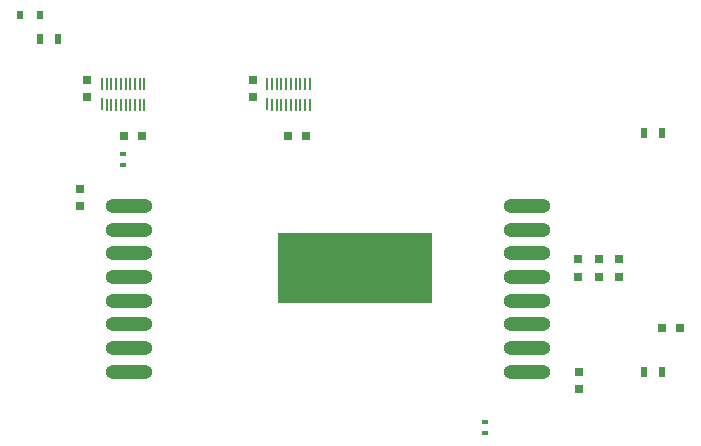
<source format=gtp>
G04 #@! TF.GenerationSoftware,KiCad,Pcbnew,(5.0.0)*
G04 #@! TF.CreationDate,2018-10-04T08:41:43-07:00*
G04 #@! TF.ProjectId,LoRaShield,4C6F5261536869656C642E6B69636164,rev?*
G04 #@! TF.SameCoordinates,PX69db1f0PY7882d48*
G04 #@! TF.FileFunction,Paste,Top*
G04 #@! TF.FilePolarity,Positive*
%FSLAX46Y46*%
G04 Gerber Fmt 4.6, Leading zero omitted, Abs format (unit mm)*
G04 Created by KiCad (PCBNEW (5.0.0)) date 10/04/18 08:41:43*
%MOMM*%
%LPD*%
G01*
G04 APERTURE LIST*
%ADD10R,13.000000X6.000000*%
%ADD11O,4.000000X1.200000*%
%ADD12R,0.750000X0.800000*%
%ADD13R,0.800000X0.750000*%
%ADD14R,0.500000X0.900000*%
%ADD15R,0.200000X1.100000*%
%ADD16R,0.200000X1.000000*%
%ADD17R,0.600000X0.800000*%
%ADD18R,0.600000X0.400000*%
G04 APERTURE END LIST*
D10*
G04 #@! TO.C,U1*
X34610000Y28100000D03*
D11*
X15460000Y19350000D03*
X15460000Y21350000D03*
X15460000Y23350000D03*
X15460000Y25350000D03*
X15460000Y27350000D03*
X15460000Y29350000D03*
X15460000Y31350000D03*
X15460000Y33350000D03*
X49160000Y33350000D03*
X49160000Y31350000D03*
X49160000Y29350000D03*
X49160000Y27350000D03*
X49160000Y25350000D03*
X49160000Y23350000D03*
X49160000Y21350000D03*
X49160000Y19350000D03*
G04 #@! TD*
D12*
G04 #@! TO.C,C1*
X56960000Y28850000D03*
X56960000Y27350000D03*
G04 #@! TD*
G04 #@! TO.C,C2*
X55260000Y28850000D03*
X55260000Y27350000D03*
G04 #@! TD*
G04 #@! TO.C,C3*
X53510000Y28850000D03*
X53510000Y27350000D03*
G04 #@! TD*
G04 #@! TO.C,C4*
X53610000Y17850000D03*
X53610000Y19350000D03*
G04 #@! TD*
D13*
G04 #@! TO.C,C5*
X62110000Y23000000D03*
X60610000Y23000000D03*
G04 #@! TD*
D14*
G04 #@! TO.C,L2*
X60610000Y19350000D03*
X59110000Y19350000D03*
G04 #@! TD*
D12*
G04 #@! TO.C,C6*
X11310000Y34850000D03*
X11310000Y33350000D03*
G04 #@! TD*
D13*
G04 #@! TO.C,C7*
X16560000Y39315000D03*
X15060000Y39315000D03*
G04 #@! TD*
D12*
G04 #@! TO.C,C8*
X11960000Y44065000D03*
X11960000Y42565000D03*
G04 #@! TD*
D15*
G04 #@! TO.C,U2*
X13202000Y41965000D03*
D16*
X13602000Y41915000D03*
X14002000Y41915000D03*
X14402000Y41915000D03*
X14802000Y41915000D03*
X15202000Y41915000D03*
X15602000Y41915000D03*
X16002000Y41915000D03*
X16402000Y41915000D03*
X16802000Y41915000D03*
X16802000Y43715000D03*
X16402000Y43715000D03*
X16002000Y43715000D03*
X15602000Y43715000D03*
X15202000Y43715000D03*
X14802000Y43715000D03*
X14402000Y43715000D03*
X14002000Y43715000D03*
X13602000Y43715000D03*
X13202000Y43715000D03*
G04 #@! TD*
D13*
G04 #@! TO.C,C9*
X30460000Y39315000D03*
X28960000Y39315000D03*
G04 #@! TD*
D12*
G04 #@! TO.C,C10*
X25960000Y44065000D03*
X25960000Y42565000D03*
G04 #@! TD*
D14*
G04 #@! TO.C,R1*
X60610000Y39550000D03*
X59110000Y39550000D03*
G04 #@! TD*
D15*
G04 #@! TO.C,U3*
X27202000Y41965000D03*
D16*
X27602000Y41915000D03*
X28002000Y41915000D03*
X28402000Y41915000D03*
X28802000Y41915000D03*
X29202000Y41915000D03*
X29602000Y41915000D03*
X30002000Y41915000D03*
X30402000Y41915000D03*
X30802000Y41915000D03*
X30802000Y43715000D03*
X30402000Y43715000D03*
X30002000Y43715000D03*
X29602000Y43715000D03*
X29202000Y43715000D03*
X28802000Y43715000D03*
X28402000Y43715000D03*
X28002000Y43715000D03*
X27602000Y43715000D03*
X27202000Y43715000D03*
G04 #@! TD*
D17*
G04 #@! TO.C,D1*
X7985001Y49500000D03*
X6285001Y49500000D03*
G04 #@! TD*
D14*
G04 #@! TO.C,R2*
X7960000Y47500000D03*
X9460000Y47500000D03*
G04 #@! TD*
D18*
G04 #@! TO.C,R3*
X15010000Y36850000D03*
X15010000Y37750000D03*
G04 #@! TD*
G04 #@! TO.C,R4*
X45610000Y15050000D03*
X45610000Y14150000D03*
G04 #@! TD*
M02*

</source>
